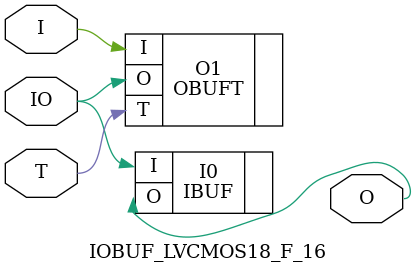
<source format=v>


`timescale  1 ps / 1 ps


module IOBUF_LVCMOS18_F_16 (O, IO, I, T);

    output O;

    inout  IO;

    input  I, T;

        OBUFT #(.IOSTANDARD("LVCMOS18"), .SLEW("FAST"), .DRIVE(16)) O1 (.O(IO), .I(I), .T(T)); 
	IBUF #(.IOSTANDARD("LVCMOS18"))  I0 (.O(O), .I(IO));
        

endmodule



</source>
